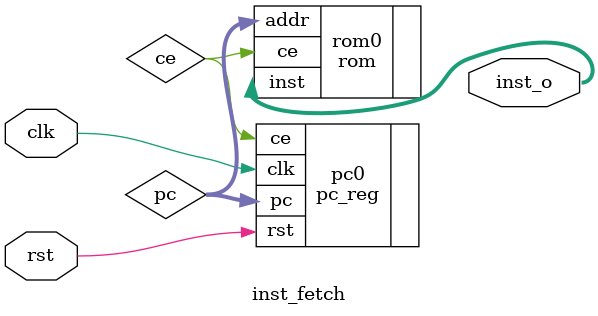
<source format=sv>
`timescale 1ns / 1ps

//////////////////////////////////////////////////////////////////////////////////
// Company: 
// Engineer: 
// 
// Create Date: 2024/03/24 23:13:56
// Design Name: 
// Module Name: inst_fetch
// Project Name: 
// Target Devices: 
// Tool Versions: 
// Description: 
// 
// Dependencies: 
// 
// Revision:
// Revision 0.01 - File Created
// Additional Comments:
// 
//////////////////////////////////////////////////////////////////////////////////

module inst_fetch (
    input logic clk,
    input logic rst,
    output logic [31:0] inst_o
);

  logic ce;
  logic [5:0] pc;

  pc_reg pc0 (
      .clk(clk),
      .rst(rst),
      .pc (pc),
      .ce(ce)
  );

  rom rom0 (
      .addr(pc),
      .ce  (ce),
      .inst(inst_o)
  );

endmodule

</source>
